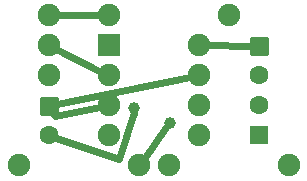
<source format=gtl>
G04 MADE WITH FRITZING*
G04 WWW.FRITZING.ORG*
G04 DOUBLE SIDED*
G04 HOLES PLATED*
G04 CONTOUR ON CENTER OF CONTOUR VECTOR*
%ASAXBY*%
%FSLAX23Y23*%
%MOIN*%
%OFA0B0*%
%SFA1.0B1.0*%
%ADD10C,0.039370*%
%ADD11C,0.075000*%
%ADD12C,0.062992*%
%ADD13R,0.075000X0.075000*%
%ADD14R,0.062992X0.062992*%
%ADD15C,0.024000*%
%ADD16C,0.015748*%
%ADD17R,0.001000X0.001000*%
%LNCOPPER1*%
G90*
G70*
G54D10*
X444Y252D03*
X564Y204D03*
G54D11*
X360Y462D03*
X660Y462D03*
X360Y362D03*
X660Y362D03*
X360Y262D03*
X660Y262D03*
X360Y162D03*
X660Y162D03*
G54D12*
X860Y164D03*
X860Y262D03*
G54D11*
X560Y62D03*
X960Y62D03*
X360Y562D03*
X760Y562D03*
X160Y562D03*
X160Y462D03*
X160Y362D03*
X60Y62D03*
X460Y62D03*
G54D12*
X160Y261D03*
X160Y162D03*
X860Y461D03*
X860Y362D03*
G54D13*
X360Y462D03*
G54D14*
X860Y164D03*
G54D15*
X189Y562D02*
X332Y562D01*
D02*
X187Y266D02*
X632Y357D01*
D02*
X833Y461D02*
X689Y462D01*
D02*
X186Y154D02*
X396Y84D01*
D02*
X180Y228D02*
X174Y238D01*
D02*
X332Y257D02*
X180Y228D01*
D02*
X477Y85D02*
X553Y189D01*
D02*
X444Y240D02*
X444Y233D01*
D02*
X396Y84D02*
X444Y240D01*
D02*
X335Y375D02*
X186Y450D01*
G54D16*
X137Y237D02*
X137Y284D01*
X184Y284D01*
X184Y237D01*
X137Y237D01*
D02*
X837Y437D02*
X837Y484D01*
X884Y484D01*
X884Y437D01*
X837Y437D01*
D02*
G54D17*
D02*
G04 End of Copper1*
M02*
</source>
